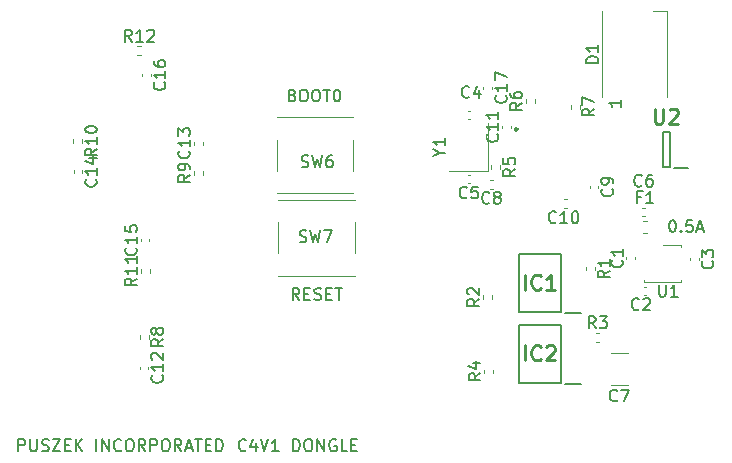
<source format=gto>
%TF.GenerationSoftware,KiCad,Pcbnew,(5.1.12)-1*%
%TF.CreationDate,2023-03-06T18:53:53+01:00*%
%TF.ProjectId,C4V1,43345631-2e6b-4696-9361-645f70636258,rev?*%
%TF.SameCoordinates,Original*%
%TF.FileFunction,Legend,Top*%
%TF.FilePolarity,Positive*%
%FSLAX46Y46*%
G04 Gerber Fmt 4.6, Leading zero omitted, Abs format (unit mm)*
G04 Created by KiCad (PCBNEW (5.1.12)-1) date 2023-03-06 18:53:53*
%MOMM*%
%LPD*%
G01*
G04 APERTURE LIST*
%ADD10C,0.150000*%
%ADD11C,0.120000*%
%ADD12C,0.200000*%
%ADD13C,0.250000*%
%ADD14C,0.254000*%
%ADD15R,1.000000X1.500000*%
%ADD16R,1.550000X1.300000*%
%ADD17C,1.100000*%
%ADD18C,3.900000*%
%ADD19R,1.200000X1.400000*%
%ADD20R,1.550000X2.400000*%
%ADD21R,0.650000X0.350000*%
%ADD22R,1.350000X0.650000*%
%ADD23R,3.600000X3.600000*%
%ADD24R,0.250000X0.850000*%
%ADD25R,0.850000X0.250000*%
%ADD26R,1.200000X0.600000*%
%ADD27O,1.700000X1.700000*%
%ADD28R,1.700000X1.700000*%
G04 APERTURE END LIST*
D10*
X78233333Y-135052380D02*
X78233333Y-134052380D01*
X78471428Y-134052380D01*
X78614285Y-134100000D01*
X78709523Y-134195238D01*
X78757142Y-134290476D01*
X78804761Y-134480952D01*
X78804761Y-134623809D01*
X78757142Y-134814285D01*
X78709523Y-134909523D01*
X78614285Y-135004761D01*
X78471428Y-135052380D01*
X78233333Y-135052380D01*
X79423809Y-134052380D02*
X79614285Y-134052380D01*
X79709523Y-134100000D01*
X79804761Y-134195238D01*
X79852380Y-134385714D01*
X79852380Y-134719047D01*
X79804761Y-134909523D01*
X79709523Y-135004761D01*
X79614285Y-135052380D01*
X79423809Y-135052380D01*
X79328571Y-135004761D01*
X79233333Y-134909523D01*
X79185714Y-134719047D01*
X79185714Y-134385714D01*
X79233333Y-134195238D01*
X79328571Y-134100000D01*
X79423809Y-134052380D01*
X80280952Y-135052380D02*
X80280952Y-134052380D01*
X80852380Y-135052380D01*
X80852380Y-134052380D01*
X81852380Y-134100000D02*
X81757142Y-134052380D01*
X81614285Y-134052380D01*
X81471428Y-134100000D01*
X81376190Y-134195238D01*
X81328571Y-134290476D01*
X81280952Y-134480952D01*
X81280952Y-134623809D01*
X81328571Y-134814285D01*
X81376190Y-134909523D01*
X81471428Y-135004761D01*
X81614285Y-135052380D01*
X81709523Y-135052380D01*
X81852380Y-135004761D01*
X81900000Y-134957142D01*
X81900000Y-134623809D01*
X81709523Y-134623809D01*
X82804761Y-135052380D02*
X82328571Y-135052380D01*
X82328571Y-134052380D01*
X83138095Y-134528571D02*
X83471428Y-134528571D01*
X83614285Y-135052380D02*
X83138095Y-135052380D01*
X83138095Y-134052380D01*
X83614285Y-134052380D01*
X74228571Y-134957142D02*
X74180952Y-135004761D01*
X74038095Y-135052380D01*
X73942857Y-135052380D01*
X73800000Y-135004761D01*
X73704761Y-134909523D01*
X73657142Y-134814285D01*
X73609523Y-134623809D01*
X73609523Y-134480952D01*
X73657142Y-134290476D01*
X73704761Y-134195238D01*
X73800000Y-134100000D01*
X73942857Y-134052380D01*
X74038095Y-134052380D01*
X74180952Y-134100000D01*
X74228571Y-134147619D01*
X75085714Y-134385714D02*
X75085714Y-135052380D01*
X74847619Y-134004761D02*
X74609523Y-134719047D01*
X75228571Y-134719047D01*
X75466666Y-134052380D02*
X75800000Y-135052380D01*
X76133333Y-134052380D01*
X76990476Y-135052380D02*
X76419047Y-135052380D01*
X76704761Y-135052380D02*
X76704761Y-134052380D01*
X76609523Y-134195238D01*
X76514285Y-134290476D01*
X76419047Y-134338095D01*
X54957142Y-135052380D02*
X54957142Y-134052380D01*
X55338095Y-134052380D01*
X55433333Y-134100000D01*
X55480952Y-134147619D01*
X55528571Y-134242857D01*
X55528571Y-134385714D01*
X55480952Y-134480952D01*
X55433333Y-134528571D01*
X55338095Y-134576190D01*
X54957142Y-134576190D01*
X55957142Y-134052380D02*
X55957142Y-134861904D01*
X56004761Y-134957142D01*
X56052380Y-135004761D01*
X56147619Y-135052380D01*
X56338095Y-135052380D01*
X56433333Y-135004761D01*
X56480952Y-134957142D01*
X56528571Y-134861904D01*
X56528571Y-134052380D01*
X56957142Y-135004761D02*
X57100000Y-135052380D01*
X57338095Y-135052380D01*
X57433333Y-135004761D01*
X57480952Y-134957142D01*
X57528571Y-134861904D01*
X57528571Y-134766666D01*
X57480952Y-134671428D01*
X57433333Y-134623809D01*
X57338095Y-134576190D01*
X57147619Y-134528571D01*
X57052380Y-134480952D01*
X57004761Y-134433333D01*
X56957142Y-134338095D01*
X56957142Y-134242857D01*
X57004761Y-134147619D01*
X57052380Y-134100000D01*
X57147619Y-134052380D01*
X57385714Y-134052380D01*
X57528571Y-134100000D01*
X57861904Y-134052380D02*
X58528571Y-134052380D01*
X57861904Y-135052380D01*
X58528571Y-135052380D01*
X58909523Y-134528571D02*
X59242857Y-134528571D01*
X59385714Y-135052380D02*
X58909523Y-135052380D01*
X58909523Y-134052380D01*
X59385714Y-134052380D01*
X59814285Y-135052380D02*
X59814285Y-134052380D01*
X60385714Y-135052380D02*
X59957142Y-134480952D01*
X60385714Y-134052380D02*
X59814285Y-134623809D01*
X61576190Y-135052380D02*
X61576190Y-134052380D01*
X62052380Y-135052380D02*
X62052380Y-134052380D01*
X62623809Y-135052380D01*
X62623809Y-134052380D01*
X63671428Y-134957142D02*
X63623809Y-135004761D01*
X63480952Y-135052380D01*
X63385714Y-135052380D01*
X63242857Y-135004761D01*
X63147619Y-134909523D01*
X63100000Y-134814285D01*
X63052380Y-134623809D01*
X63052380Y-134480952D01*
X63100000Y-134290476D01*
X63147619Y-134195238D01*
X63242857Y-134100000D01*
X63385714Y-134052380D01*
X63480952Y-134052380D01*
X63623809Y-134100000D01*
X63671428Y-134147619D01*
X64290476Y-134052380D02*
X64480952Y-134052380D01*
X64576190Y-134100000D01*
X64671428Y-134195238D01*
X64719047Y-134385714D01*
X64719047Y-134719047D01*
X64671428Y-134909523D01*
X64576190Y-135004761D01*
X64480952Y-135052380D01*
X64290476Y-135052380D01*
X64195238Y-135004761D01*
X64100000Y-134909523D01*
X64052380Y-134719047D01*
X64052380Y-134385714D01*
X64100000Y-134195238D01*
X64195238Y-134100000D01*
X64290476Y-134052380D01*
X65719047Y-135052380D02*
X65385714Y-134576190D01*
X65147619Y-135052380D02*
X65147619Y-134052380D01*
X65528571Y-134052380D01*
X65623809Y-134100000D01*
X65671428Y-134147619D01*
X65719047Y-134242857D01*
X65719047Y-134385714D01*
X65671428Y-134480952D01*
X65623809Y-134528571D01*
X65528571Y-134576190D01*
X65147619Y-134576190D01*
X66147619Y-135052380D02*
X66147619Y-134052380D01*
X66528571Y-134052380D01*
X66623809Y-134100000D01*
X66671428Y-134147619D01*
X66719047Y-134242857D01*
X66719047Y-134385714D01*
X66671428Y-134480952D01*
X66623809Y-134528571D01*
X66528571Y-134576190D01*
X66147619Y-134576190D01*
X67338095Y-134052380D02*
X67528571Y-134052380D01*
X67623809Y-134100000D01*
X67719047Y-134195238D01*
X67766666Y-134385714D01*
X67766666Y-134719047D01*
X67719047Y-134909523D01*
X67623809Y-135004761D01*
X67528571Y-135052380D01*
X67338095Y-135052380D01*
X67242857Y-135004761D01*
X67147619Y-134909523D01*
X67100000Y-134719047D01*
X67100000Y-134385714D01*
X67147619Y-134195238D01*
X67242857Y-134100000D01*
X67338095Y-134052380D01*
X68766666Y-135052380D02*
X68433333Y-134576190D01*
X68195238Y-135052380D02*
X68195238Y-134052380D01*
X68576190Y-134052380D01*
X68671428Y-134100000D01*
X68719047Y-134147619D01*
X68766666Y-134242857D01*
X68766666Y-134385714D01*
X68719047Y-134480952D01*
X68671428Y-134528571D01*
X68576190Y-134576190D01*
X68195238Y-134576190D01*
X69147619Y-134766666D02*
X69623809Y-134766666D01*
X69052380Y-135052380D02*
X69385714Y-134052380D01*
X69719047Y-135052380D01*
X69909523Y-134052380D02*
X70480952Y-134052380D01*
X70195238Y-135052380D02*
X70195238Y-134052380D01*
X70814285Y-134528571D02*
X71147619Y-134528571D01*
X71290476Y-135052380D02*
X70814285Y-135052380D01*
X70814285Y-134052380D01*
X71290476Y-134052380D01*
X71719047Y-135052380D02*
X71719047Y-134052380D01*
X71957142Y-134052380D01*
X72100000Y-134100000D01*
X72195238Y-134195238D01*
X72242857Y-134290476D01*
X72290476Y-134480952D01*
X72290476Y-134623809D01*
X72242857Y-134814285D01*
X72195238Y-134909523D01*
X72100000Y-135004761D01*
X71957142Y-135052380D01*
X71719047Y-135052380D01*
X78747619Y-122252380D02*
X78414285Y-121776190D01*
X78176190Y-122252380D02*
X78176190Y-121252380D01*
X78557142Y-121252380D01*
X78652380Y-121300000D01*
X78700000Y-121347619D01*
X78747619Y-121442857D01*
X78747619Y-121585714D01*
X78700000Y-121680952D01*
X78652380Y-121728571D01*
X78557142Y-121776190D01*
X78176190Y-121776190D01*
X79176190Y-121728571D02*
X79509523Y-121728571D01*
X79652380Y-122252380D02*
X79176190Y-122252380D01*
X79176190Y-121252380D01*
X79652380Y-121252380D01*
X80033333Y-122204761D02*
X80176190Y-122252380D01*
X80414285Y-122252380D01*
X80509523Y-122204761D01*
X80557142Y-122157142D01*
X80604761Y-122061904D01*
X80604761Y-121966666D01*
X80557142Y-121871428D01*
X80509523Y-121823809D01*
X80414285Y-121776190D01*
X80223809Y-121728571D01*
X80128571Y-121680952D01*
X80080952Y-121633333D01*
X80033333Y-121538095D01*
X80033333Y-121442857D01*
X80080952Y-121347619D01*
X80128571Y-121300000D01*
X80223809Y-121252380D01*
X80461904Y-121252380D01*
X80604761Y-121300000D01*
X81033333Y-121728571D02*
X81366666Y-121728571D01*
X81509523Y-122252380D02*
X81033333Y-122252380D01*
X81033333Y-121252380D01*
X81509523Y-121252380D01*
X81795238Y-121252380D02*
X82366666Y-121252380D01*
X82080952Y-122252380D02*
X82080952Y-121252380D01*
X78166666Y-104928571D02*
X78309523Y-104976190D01*
X78357142Y-105023809D01*
X78404761Y-105119047D01*
X78404761Y-105261904D01*
X78357142Y-105357142D01*
X78309523Y-105404761D01*
X78214285Y-105452380D01*
X77833333Y-105452380D01*
X77833333Y-104452380D01*
X78166666Y-104452380D01*
X78261904Y-104500000D01*
X78309523Y-104547619D01*
X78357142Y-104642857D01*
X78357142Y-104738095D01*
X78309523Y-104833333D01*
X78261904Y-104880952D01*
X78166666Y-104928571D01*
X77833333Y-104928571D01*
X79023809Y-104452380D02*
X79214285Y-104452380D01*
X79309523Y-104500000D01*
X79404761Y-104595238D01*
X79452380Y-104785714D01*
X79452380Y-105119047D01*
X79404761Y-105309523D01*
X79309523Y-105404761D01*
X79214285Y-105452380D01*
X79023809Y-105452380D01*
X78928571Y-105404761D01*
X78833333Y-105309523D01*
X78785714Y-105119047D01*
X78785714Y-104785714D01*
X78833333Y-104595238D01*
X78928571Y-104500000D01*
X79023809Y-104452380D01*
X80071428Y-104452380D02*
X80261904Y-104452380D01*
X80357142Y-104500000D01*
X80452380Y-104595238D01*
X80500000Y-104785714D01*
X80500000Y-105119047D01*
X80452380Y-105309523D01*
X80357142Y-105404761D01*
X80261904Y-105452380D01*
X80071428Y-105452380D01*
X79976190Y-105404761D01*
X79880952Y-105309523D01*
X79833333Y-105119047D01*
X79833333Y-104785714D01*
X79880952Y-104595238D01*
X79976190Y-104500000D01*
X80071428Y-104452380D01*
X80785714Y-104452380D02*
X81357142Y-104452380D01*
X81071428Y-105452380D02*
X81071428Y-104452380D01*
X81880952Y-104452380D02*
X81976190Y-104452380D01*
X82071428Y-104500000D01*
X82119047Y-104547619D01*
X82166666Y-104642857D01*
X82214285Y-104833333D01*
X82214285Y-105071428D01*
X82166666Y-105261904D01*
X82119047Y-105357142D01*
X82071428Y-105404761D01*
X81976190Y-105452380D01*
X81880952Y-105452380D01*
X81785714Y-105404761D01*
X81738095Y-105357142D01*
X81690476Y-105261904D01*
X81642857Y-105071428D01*
X81642857Y-104833333D01*
X81690476Y-104642857D01*
X81738095Y-104547619D01*
X81785714Y-104500000D01*
X81880952Y-104452380D01*
X110299523Y-115502380D02*
X110394761Y-115502380D01*
X110490000Y-115550000D01*
X110537619Y-115597619D01*
X110585238Y-115692857D01*
X110632857Y-115883333D01*
X110632857Y-116121428D01*
X110585238Y-116311904D01*
X110537619Y-116407142D01*
X110490000Y-116454761D01*
X110394761Y-116502380D01*
X110299523Y-116502380D01*
X110204285Y-116454761D01*
X110156666Y-116407142D01*
X110109047Y-116311904D01*
X110061428Y-116121428D01*
X110061428Y-115883333D01*
X110109047Y-115692857D01*
X110156666Y-115597619D01*
X110204285Y-115550000D01*
X110299523Y-115502380D01*
X111061428Y-116407142D02*
X111109047Y-116454761D01*
X111061428Y-116502380D01*
X111013809Y-116454761D01*
X111061428Y-116407142D01*
X111061428Y-116502380D01*
X112013809Y-115502380D02*
X111537619Y-115502380D01*
X111490000Y-115978571D01*
X111537619Y-115930952D01*
X111632857Y-115883333D01*
X111870952Y-115883333D01*
X111966190Y-115930952D01*
X112013809Y-115978571D01*
X112061428Y-116073809D01*
X112061428Y-116311904D01*
X112013809Y-116407142D01*
X111966190Y-116454761D01*
X111870952Y-116502380D01*
X111632857Y-116502380D01*
X111537619Y-116454761D01*
X111490000Y-116407142D01*
X112442380Y-116216666D02*
X112918571Y-116216666D01*
X112347142Y-116502380D02*
X112680476Y-115502380D01*
X113013809Y-116502380D01*
D11*
X104360000Y-105110000D02*
X104360000Y-97810000D01*
X109860000Y-105110000D02*
X109860000Y-97810000D01*
X109860000Y-97810000D02*
X108710000Y-97810000D01*
X83430000Y-113770000D02*
X83430000Y-113800000D01*
X83430000Y-120230000D02*
X83430000Y-120200000D01*
X76970000Y-120230000D02*
X76970000Y-120200000D01*
X76970000Y-113800000D02*
X76970000Y-113770000D01*
X83430000Y-115700000D02*
X83430000Y-118300000D01*
X76970000Y-113770000D02*
X83430000Y-113770000D01*
X76970000Y-115700000D02*
X76970000Y-118300000D01*
X76970000Y-120230000D02*
X83430000Y-120230000D01*
X76870000Y-113230000D02*
X76870000Y-113200000D01*
X76870000Y-106770000D02*
X76870000Y-106800000D01*
X83330000Y-106770000D02*
X83330000Y-106800000D01*
X83330000Y-113200000D02*
X83330000Y-113230000D01*
X76870000Y-111300000D02*
X76870000Y-108700000D01*
X83330000Y-113230000D02*
X76870000Y-113230000D01*
X83330000Y-111300000D02*
X83330000Y-108700000D01*
X83330000Y-106770000D02*
X76870000Y-106770000D01*
X95060000Y-104192164D02*
X95060000Y-104407836D01*
X94340000Y-104192164D02*
X94340000Y-104407836D01*
X65046359Y-100720000D02*
X65353641Y-100720000D01*
X65046359Y-101480000D02*
X65353641Y-101480000D01*
X65320000Y-119953641D02*
X65320000Y-119646359D01*
X66080000Y-119953641D02*
X66080000Y-119646359D01*
X60380000Y-108656359D02*
X60380000Y-108963641D01*
X59620000Y-108656359D02*
X59620000Y-108963641D01*
X69820000Y-111653641D02*
X69820000Y-111346359D01*
X70580000Y-111653641D02*
X70580000Y-111346359D01*
X65980000Y-125246359D02*
X65980000Y-125553641D01*
X65220000Y-125246359D02*
X65220000Y-125553641D01*
X102480000Y-105746359D02*
X102480000Y-106053641D01*
X101720000Y-105746359D02*
X101720000Y-106053641D01*
X66160000Y-103092164D02*
X66160000Y-103307836D01*
X65440000Y-103092164D02*
X65440000Y-103307836D01*
X65340000Y-117307836D02*
X65340000Y-117092164D01*
X66060000Y-117307836D02*
X66060000Y-117092164D01*
X60360000Y-111292164D02*
X60360000Y-111507836D01*
X59640000Y-111292164D02*
X59640000Y-111507836D01*
X69840000Y-109107836D02*
X69840000Y-108892164D01*
X70560000Y-109107836D02*
X70560000Y-108892164D01*
X65960000Y-127892164D02*
X65960000Y-128107836D01*
X65240000Y-127892164D02*
X65240000Y-128107836D01*
X106536252Y-129460000D02*
X105113748Y-129460000D01*
X106536252Y-126740000D02*
X105113748Y-126740000D01*
X91450000Y-111300000D02*
X94750000Y-111300000D01*
X94750000Y-111300000D02*
X94750000Y-107300000D01*
X111060000Y-120760000D02*
X111060000Y-120610000D01*
X107940000Y-120760000D02*
X111060000Y-120760000D01*
X109500000Y-117640000D02*
X111060000Y-117640000D01*
X107940000Y-120760000D02*
X107940000Y-120610000D01*
X111060000Y-117640000D02*
X111060000Y-117790000D01*
X97920000Y-105553641D02*
X97920000Y-105246359D01*
X98680000Y-105553641D02*
X98680000Y-105246359D01*
X95780000Y-110846359D02*
X95780000Y-111153641D01*
X95020000Y-110846359D02*
X95020000Y-111153641D01*
X94420000Y-128453641D02*
X94420000Y-128146359D01*
X95180000Y-128453641D02*
X95180000Y-128146359D01*
X104153641Y-125780000D02*
X103846359Y-125780000D01*
X104153641Y-125020000D02*
X103846359Y-125020000D01*
X94320000Y-122153641D02*
X94320000Y-121846359D01*
X95080000Y-122153641D02*
X95080000Y-121846359D01*
X103780000Y-119446359D02*
X103780000Y-119753641D01*
X103020000Y-119446359D02*
X103020000Y-119753641D01*
D12*
X100875000Y-129250000D02*
X97325000Y-129250000D01*
X97325000Y-129250000D02*
X97325000Y-124350000D01*
X97325000Y-124350000D02*
X100875000Y-124350000D01*
X100875000Y-124350000D02*
X100875000Y-129250000D01*
X102575000Y-129380000D02*
X101225000Y-129380000D01*
X100875000Y-123250000D02*
X97325000Y-123250000D01*
X97325000Y-123250000D02*
X97325000Y-118350000D01*
X97325000Y-118350000D02*
X100875000Y-118350000D01*
X100875000Y-118350000D02*
X100875000Y-123250000D01*
X102575000Y-123380000D02*
X101225000Y-123380000D01*
D11*
X95940000Y-107707836D02*
X95940000Y-107492164D01*
X96660000Y-107707836D02*
X96660000Y-107492164D01*
X101407836Y-114460000D02*
X101192164Y-114460000D01*
X101407836Y-113740000D02*
X101192164Y-113740000D01*
X104060000Y-112592164D02*
X104060000Y-112807836D01*
X103340000Y-112592164D02*
X103340000Y-112807836D01*
X95107836Y-112860000D02*
X94892164Y-112860000D01*
X95107836Y-112140000D02*
X94892164Y-112140000D01*
X107792164Y-114440000D02*
X108007836Y-114440000D01*
X107792164Y-115160000D02*
X108007836Y-115160000D01*
X92992164Y-111640000D02*
X93207836Y-111640000D01*
X92992164Y-112360000D02*
X93207836Y-112360000D01*
X93207836Y-106960000D02*
X92992164Y-106960000D01*
X93207836Y-106240000D02*
X92992164Y-106240000D01*
X112560000Y-118692164D02*
X112560000Y-118907836D01*
X111840000Y-118692164D02*
X111840000Y-118907836D01*
X107892164Y-121140000D02*
X108107836Y-121140000D01*
X107892164Y-121860000D02*
X108107836Y-121860000D01*
X107160000Y-118592164D02*
X107160000Y-118807836D01*
X106440000Y-118592164D02*
X106440000Y-118807836D01*
D13*
X97250000Y-107800000D02*
G75*
G03*
X97250000Y-107800000I-125000J0D01*
G01*
D12*
X110100000Y-110962000D02*
X109500000Y-110962000D01*
X109500000Y-110962000D02*
X109500000Y-108038000D01*
X109500000Y-108038000D02*
X110100000Y-108038000D01*
X110100000Y-108038000D02*
X110100000Y-110962000D01*
X111650000Y-111100000D02*
X110450000Y-111100000D01*
D11*
X107837221Y-115590000D02*
X108162779Y-115590000D01*
X107837221Y-116610000D02*
X108162779Y-116610000D01*
D10*
X104062380Y-102198095D02*
X103062380Y-102198095D01*
X103062380Y-101960000D01*
X103110000Y-101817142D01*
X103205238Y-101721904D01*
X103300476Y-101674285D01*
X103490952Y-101626666D01*
X103633809Y-101626666D01*
X103824285Y-101674285D01*
X103919523Y-101721904D01*
X104014761Y-101817142D01*
X104062380Y-101960000D01*
X104062380Y-102198095D01*
X104062380Y-100674285D02*
X104062380Y-101245714D01*
X104062380Y-100960000D02*
X103062380Y-100960000D01*
X103205238Y-101055238D01*
X103300476Y-101150476D01*
X103348095Y-101245714D01*
X105962380Y-105324285D02*
X105962380Y-105895714D01*
X105962380Y-105610000D02*
X104962380Y-105610000D01*
X105105238Y-105705238D01*
X105200476Y-105800476D01*
X105248095Y-105895714D01*
X78936666Y-110974761D02*
X79079523Y-111022380D01*
X79317619Y-111022380D01*
X79412857Y-110974761D01*
X79460476Y-110927142D01*
X79508095Y-110831904D01*
X79508095Y-110736666D01*
X79460476Y-110641428D01*
X79412857Y-110593809D01*
X79317619Y-110546190D01*
X79127142Y-110498571D01*
X79031904Y-110450952D01*
X78984285Y-110403333D01*
X78936666Y-110308095D01*
X78936666Y-110212857D01*
X78984285Y-110117619D01*
X79031904Y-110070000D01*
X79127142Y-110022380D01*
X79365238Y-110022380D01*
X79508095Y-110070000D01*
X79841428Y-110022380D02*
X80079523Y-111022380D01*
X80270000Y-110308095D01*
X80460476Y-111022380D01*
X80698571Y-110022380D01*
X81508095Y-110022380D02*
X81317619Y-110022380D01*
X81222380Y-110070000D01*
X81174761Y-110117619D01*
X81079523Y-110260476D01*
X81031904Y-110450952D01*
X81031904Y-110831904D01*
X81079523Y-110927142D01*
X81127142Y-110974761D01*
X81222380Y-111022380D01*
X81412857Y-111022380D01*
X81508095Y-110974761D01*
X81555714Y-110927142D01*
X81603333Y-110831904D01*
X81603333Y-110593809D01*
X81555714Y-110498571D01*
X81508095Y-110450952D01*
X81412857Y-110403333D01*
X81222380Y-110403333D01*
X81127142Y-110450952D01*
X81079523Y-110498571D01*
X81031904Y-110593809D01*
X78776666Y-117314761D02*
X78919523Y-117362380D01*
X79157619Y-117362380D01*
X79252857Y-117314761D01*
X79300476Y-117267142D01*
X79348095Y-117171904D01*
X79348095Y-117076666D01*
X79300476Y-116981428D01*
X79252857Y-116933809D01*
X79157619Y-116886190D01*
X78967142Y-116838571D01*
X78871904Y-116790952D01*
X78824285Y-116743333D01*
X78776666Y-116648095D01*
X78776666Y-116552857D01*
X78824285Y-116457619D01*
X78871904Y-116410000D01*
X78967142Y-116362380D01*
X79205238Y-116362380D01*
X79348095Y-116410000D01*
X79681428Y-116362380D02*
X79919523Y-117362380D01*
X80110000Y-116648095D01*
X80300476Y-117362380D01*
X80538571Y-116362380D01*
X80824285Y-116362380D02*
X81490952Y-116362380D01*
X81062380Y-117362380D01*
X96217142Y-104942857D02*
X96264761Y-104990476D01*
X96312380Y-105133333D01*
X96312380Y-105228571D01*
X96264761Y-105371428D01*
X96169523Y-105466666D01*
X96074285Y-105514285D01*
X95883809Y-105561904D01*
X95740952Y-105561904D01*
X95550476Y-105514285D01*
X95455238Y-105466666D01*
X95360000Y-105371428D01*
X95312380Y-105228571D01*
X95312380Y-105133333D01*
X95360000Y-104990476D01*
X95407619Y-104942857D01*
X96312380Y-103990476D02*
X96312380Y-104561904D01*
X96312380Y-104276190D02*
X95312380Y-104276190D01*
X95455238Y-104371428D01*
X95550476Y-104466666D01*
X95598095Y-104561904D01*
X95312380Y-103657142D02*
X95312380Y-102990476D01*
X96312380Y-103419047D01*
X64557142Y-100382380D02*
X64223809Y-99906190D01*
X63985714Y-100382380D02*
X63985714Y-99382380D01*
X64366666Y-99382380D01*
X64461904Y-99430000D01*
X64509523Y-99477619D01*
X64557142Y-99572857D01*
X64557142Y-99715714D01*
X64509523Y-99810952D01*
X64461904Y-99858571D01*
X64366666Y-99906190D01*
X63985714Y-99906190D01*
X65509523Y-100382380D02*
X64938095Y-100382380D01*
X65223809Y-100382380D02*
X65223809Y-99382380D01*
X65128571Y-99525238D01*
X65033333Y-99620476D01*
X64938095Y-99668095D01*
X65890476Y-99477619D02*
X65938095Y-99430000D01*
X66033333Y-99382380D01*
X66271428Y-99382380D01*
X66366666Y-99430000D01*
X66414285Y-99477619D01*
X66461904Y-99572857D01*
X66461904Y-99668095D01*
X66414285Y-99810952D01*
X65842857Y-100382380D01*
X66461904Y-100382380D01*
X64982380Y-120442857D02*
X64506190Y-120776190D01*
X64982380Y-121014285D02*
X63982380Y-121014285D01*
X63982380Y-120633333D01*
X64030000Y-120538095D01*
X64077619Y-120490476D01*
X64172857Y-120442857D01*
X64315714Y-120442857D01*
X64410952Y-120490476D01*
X64458571Y-120538095D01*
X64506190Y-120633333D01*
X64506190Y-121014285D01*
X64982380Y-119490476D02*
X64982380Y-120061904D01*
X64982380Y-119776190D02*
X63982380Y-119776190D01*
X64125238Y-119871428D01*
X64220476Y-119966666D01*
X64268095Y-120061904D01*
X64982380Y-118538095D02*
X64982380Y-119109523D01*
X64982380Y-118823809D02*
X63982380Y-118823809D01*
X64125238Y-118919047D01*
X64220476Y-119014285D01*
X64268095Y-119109523D01*
X61622380Y-109452857D02*
X61146190Y-109786190D01*
X61622380Y-110024285D02*
X60622380Y-110024285D01*
X60622380Y-109643333D01*
X60670000Y-109548095D01*
X60717619Y-109500476D01*
X60812857Y-109452857D01*
X60955714Y-109452857D01*
X61050952Y-109500476D01*
X61098571Y-109548095D01*
X61146190Y-109643333D01*
X61146190Y-110024285D01*
X61622380Y-108500476D02*
X61622380Y-109071904D01*
X61622380Y-108786190D02*
X60622380Y-108786190D01*
X60765238Y-108881428D01*
X60860476Y-108976666D01*
X60908095Y-109071904D01*
X60622380Y-107881428D02*
X60622380Y-107786190D01*
X60670000Y-107690952D01*
X60717619Y-107643333D01*
X60812857Y-107595714D01*
X61003333Y-107548095D01*
X61241428Y-107548095D01*
X61431904Y-107595714D01*
X61527142Y-107643333D01*
X61574761Y-107690952D01*
X61622380Y-107786190D01*
X61622380Y-107881428D01*
X61574761Y-107976666D01*
X61527142Y-108024285D01*
X61431904Y-108071904D01*
X61241428Y-108119523D01*
X61003333Y-108119523D01*
X60812857Y-108071904D01*
X60717619Y-108024285D01*
X60670000Y-107976666D01*
X60622380Y-107881428D01*
X69482380Y-111666666D02*
X69006190Y-112000000D01*
X69482380Y-112238095D02*
X68482380Y-112238095D01*
X68482380Y-111857142D01*
X68530000Y-111761904D01*
X68577619Y-111714285D01*
X68672857Y-111666666D01*
X68815714Y-111666666D01*
X68910952Y-111714285D01*
X68958571Y-111761904D01*
X69006190Y-111857142D01*
X69006190Y-112238095D01*
X69482380Y-111190476D02*
X69482380Y-111000000D01*
X69434761Y-110904761D01*
X69387142Y-110857142D01*
X69244285Y-110761904D01*
X69053809Y-110714285D01*
X68672857Y-110714285D01*
X68577619Y-110761904D01*
X68530000Y-110809523D01*
X68482380Y-110904761D01*
X68482380Y-111095238D01*
X68530000Y-111190476D01*
X68577619Y-111238095D01*
X68672857Y-111285714D01*
X68910952Y-111285714D01*
X69006190Y-111238095D01*
X69053809Y-111190476D01*
X69101428Y-111095238D01*
X69101428Y-110904761D01*
X69053809Y-110809523D01*
X69006190Y-110761904D01*
X68910952Y-110714285D01*
X67222380Y-125566666D02*
X66746190Y-125900000D01*
X67222380Y-126138095D02*
X66222380Y-126138095D01*
X66222380Y-125757142D01*
X66270000Y-125661904D01*
X66317619Y-125614285D01*
X66412857Y-125566666D01*
X66555714Y-125566666D01*
X66650952Y-125614285D01*
X66698571Y-125661904D01*
X66746190Y-125757142D01*
X66746190Y-126138095D01*
X66650952Y-124995238D02*
X66603333Y-125090476D01*
X66555714Y-125138095D01*
X66460476Y-125185714D01*
X66412857Y-125185714D01*
X66317619Y-125138095D01*
X66270000Y-125090476D01*
X66222380Y-124995238D01*
X66222380Y-124804761D01*
X66270000Y-124709523D01*
X66317619Y-124661904D01*
X66412857Y-124614285D01*
X66460476Y-124614285D01*
X66555714Y-124661904D01*
X66603333Y-124709523D01*
X66650952Y-124804761D01*
X66650952Y-124995238D01*
X66698571Y-125090476D01*
X66746190Y-125138095D01*
X66841428Y-125185714D01*
X67031904Y-125185714D01*
X67127142Y-125138095D01*
X67174761Y-125090476D01*
X67222380Y-124995238D01*
X67222380Y-124804761D01*
X67174761Y-124709523D01*
X67127142Y-124661904D01*
X67031904Y-124614285D01*
X66841428Y-124614285D01*
X66746190Y-124661904D01*
X66698571Y-124709523D01*
X66650952Y-124804761D01*
X103722380Y-106066666D02*
X103246190Y-106400000D01*
X103722380Y-106638095D02*
X102722380Y-106638095D01*
X102722380Y-106257142D01*
X102770000Y-106161904D01*
X102817619Y-106114285D01*
X102912857Y-106066666D01*
X103055714Y-106066666D01*
X103150952Y-106114285D01*
X103198571Y-106161904D01*
X103246190Y-106257142D01*
X103246190Y-106638095D01*
X102722380Y-105733333D02*
X102722380Y-105066666D01*
X103722380Y-105495238D01*
X67317142Y-103842857D02*
X67364761Y-103890476D01*
X67412380Y-104033333D01*
X67412380Y-104128571D01*
X67364761Y-104271428D01*
X67269523Y-104366666D01*
X67174285Y-104414285D01*
X66983809Y-104461904D01*
X66840952Y-104461904D01*
X66650476Y-104414285D01*
X66555238Y-104366666D01*
X66460000Y-104271428D01*
X66412380Y-104128571D01*
X66412380Y-104033333D01*
X66460000Y-103890476D01*
X66507619Y-103842857D01*
X67412380Y-102890476D02*
X67412380Y-103461904D01*
X67412380Y-103176190D02*
X66412380Y-103176190D01*
X66555238Y-103271428D01*
X66650476Y-103366666D01*
X66698095Y-103461904D01*
X66412380Y-102033333D02*
X66412380Y-102223809D01*
X66460000Y-102319047D01*
X66507619Y-102366666D01*
X66650476Y-102461904D01*
X66840952Y-102509523D01*
X67221904Y-102509523D01*
X67317142Y-102461904D01*
X67364761Y-102414285D01*
X67412380Y-102319047D01*
X67412380Y-102128571D01*
X67364761Y-102033333D01*
X67317142Y-101985714D01*
X67221904Y-101938095D01*
X66983809Y-101938095D01*
X66888571Y-101985714D01*
X66840952Y-102033333D01*
X66793333Y-102128571D01*
X66793333Y-102319047D01*
X66840952Y-102414285D01*
X66888571Y-102461904D01*
X66983809Y-102509523D01*
X64897142Y-117842857D02*
X64944761Y-117890476D01*
X64992380Y-118033333D01*
X64992380Y-118128571D01*
X64944761Y-118271428D01*
X64849523Y-118366666D01*
X64754285Y-118414285D01*
X64563809Y-118461904D01*
X64420952Y-118461904D01*
X64230476Y-118414285D01*
X64135238Y-118366666D01*
X64040000Y-118271428D01*
X63992380Y-118128571D01*
X63992380Y-118033333D01*
X64040000Y-117890476D01*
X64087619Y-117842857D01*
X64992380Y-116890476D02*
X64992380Y-117461904D01*
X64992380Y-117176190D02*
X63992380Y-117176190D01*
X64135238Y-117271428D01*
X64230476Y-117366666D01*
X64278095Y-117461904D01*
X63992380Y-115985714D02*
X63992380Y-116461904D01*
X64468571Y-116509523D01*
X64420952Y-116461904D01*
X64373333Y-116366666D01*
X64373333Y-116128571D01*
X64420952Y-116033333D01*
X64468571Y-115985714D01*
X64563809Y-115938095D01*
X64801904Y-115938095D01*
X64897142Y-115985714D01*
X64944761Y-116033333D01*
X64992380Y-116128571D01*
X64992380Y-116366666D01*
X64944761Y-116461904D01*
X64897142Y-116509523D01*
X61517142Y-112042857D02*
X61564761Y-112090476D01*
X61612380Y-112233333D01*
X61612380Y-112328571D01*
X61564761Y-112471428D01*
X61469523Y-112566666D01*
X61374285Y-112614285D01*
X61183809Y-112661904D01*
X61040952Y-112661904D01*
X60850476Y-112614285D01*
X60755238Y-112566666D01*
X60660000Y-112471428D01*
X60612380Y-112328571D01*
X60612380Y-112233333D01*
X60660000Y-112090476D01*
X60707619Y-112042857D01*
X61612380Y-111090476D02*
X61612380Y-111661904D01*
X61612380Y-111376190D02*
X60612380Y-111376190D01*
X60755238Y-111471428D01*
X60850476Y-111566666D01*
X60898095Y-111661904D01*
X60945714Y-110233333D02*
X61612380Y-110233333D01*
X60564761Y-110471428D02*
X61279047Y-110709523D01*
X61279047Y-110090476D01*
X69397142Y-109642857D02*
X69444761Y-109690476D01*
X69492380Y-109833333D01*
X69492380Y-109928571D01*
X69444761Y-110071428D01*
X69349523Y-110166666D01*
X69254285Y-110214285D01*
X69063809Y-110261904D01*
X68920952Y-110261904D01*
X68730476Y-110214285D01*
X68635238Y-110166666D01*
X68540000Y-110071428D01*
X68492380Y-109928571D01*
X68492380Y-109833333D01*
X68540000Y-109690476D01*
X68587619Y-109642857D01*
X69492380Y-108690476D02*
X69492380Y-109261904D01*
X69492380Y-108976190D02*
X68492380Y-108976190D01*
X68635238Y-109071428D01*
X68730476Y-109166666D01*
X68778095Y-109261904D01*
X68492380Y-108357142D02*
X68492380Y-107738095D01*
X68873333Y-108071428D01*
X68873333Y-107928571D01*
X68920952Y-107833333D01*
X68968571Y-107785714D01*
X69063809Y-107738095D01*
X69301904Y-107738095D01*
X69397142Y-107785714D01*
X69444761Y-107833333D01*
X69492380Y-107928571D01*
X69492380Y-108214285D01*
X69444761Y-108309523D01*
X69397142Y-108357142D01*
X67117142Y-128642857D02*
X67164761Y-128690476D01*
X67212380Y-128833333D01*
X67212380Y-128928571D01*
X67164761Y-129071428D01*
X67069523Y-129166666D01*
X66974285Y-129214285D01*
X66783809Y-129261904D01*
X66640952Y-129261904D01*
X66450476Y-129214285D01*
X66355238Y-129166666D01*
X66260000Y-129071428D01*
X66212380Y-128928571D01*
X66212380Y-128833333D01*
X66260000Y-128690476D01*
X66307619Y-128642857D01*
X67212380Y-127690476D02*
X67212380Y-128261904D01*
X67212380Y-127976190D02*
X66212380Y-127976190D01*
X66355238Y-128071428D01*
X66450476Y-128166666D01*
X66498095Y-128261904D01*
X66307619Y-127309523D02*
X66260000Y-127261904D01*
X66212380Y-127166666D01*
X66212380Y-126928571D01*
X66260000Y-126833333D01*
X66307619Y-126785714D01*
X66402857Y-126738095D01*
X66498095Y-126738095D01*
X66640952Y-126785714D01*
X67212380Y-127357142D01*
X67212380Y-126738095D01*
X105658333Y-130757142D02*
X105610714Y-130804761D01*
X105467857Y-130852380D01*
X105372619Y-130852380D01*
X105229761Y-130804761D01*
X105134523Y-130709523D01*
X105086904Y-130614285D01*
X105039285Y-130423809D01*
X105039285Y-130280952D01*
X105086904Y-130090476D01*
X105134523Y-129995238D01*
X105229761Y-129900000D01*
X105372619Y-129852380D01*
X105467857Y-129852380D01*
X105610714Y-129900000D01*
X105658333Y-129947619D01*
X105991666Y-129852380D02*
X106658333Y-129852380D01*
X106229761Y-130852380D01*
X90626190Y-109776190D02*
X91102380Y-109776190D01*
X90102380Y-110109523D02*
X90626190Y-109776190D01*
X90102380Y-109442857D01*
X91102380Y-108585714D02*
X91102380Y-109157142D01*
X91102380Y-108871428D02*
X90102380Y-108871428D01*
X90245238Y-108966666D01*
X90340476Y-109061904D01*
X90388095Y-109157142D01*
X109198095Y-120972380D02*
X109198095Y-121781904D01*
X109245714Y-121877142D01*
X109293333Y-121924761D01*
X109388571Y-121972380D01*
X109579047Y-121972380D01*
X109674285Y-121924761D01*
X109721904Y-121877142D01*
X109769523Y-121781904D01*
X109769523Y-120972380D01*
X110769523Y-121972380D02*
X110198095Y-121972380D01*
X110483809Y-121972380D02*
X110483809Y-120972380D01*
X110388571Y-121115238D01*
X110293333Y-121210476D01*
X110198095Y-121258095D01*
X97582380Y-105566666D02*
X97106190Y-105900000D01*
X97582380Y-106138095D02*
X96582380Y-106138095D01*
X96582380Y-105757142D01*
X96630000Y-105661904D01*
X96677619Y-105614285D01*
X96772857Y-105566666D01*
X96915714Y-105566666D01*
X97010952Y-105614285D01*
X97058571Y-105661904D01*
X97106190Y-105757142D01*
X97106190Y-106138095D01*
X96582380Y-104709523D02*
X96582380Y-104900000D01*
X96630000Y-104995238D01*
X96677619Y-105042857D01*
X96820476Y-105138095D01*
X97010952Y-105185714D01*
X97391904Y-105185714D01*
X97487142Y-105138095D01*
X97534761Y-105090476D01*
X97582380Y-104995238D01*
X97582380Y-104804761D01*
X97534761Y-104709523D01*
X97487142Y-104661904D01*
X97391904Y-104614285D01*
X97153809Y-104614285D01*
X97058571Y-104661904D01*
X97010952Y-104709523D01*
X96963333Y-104804761D01*
X96963333Y-104995238D01*
X97010952Y-105090476D01*
X97058571Y-105138095D01*
X97153809Y-105185714D01*
X97022380Y-111166666D02*
X96546190Y-111500000D01*
X97022380Y-111738095D02*
X96022380Y-111738095D01*
X96022380Y-111357142D01*
X96070000Y-111261904D01*
X96117619Y-111214285D01*
X96212857Y-111166666D01*
X96355714Y-111166666D01*
X96450952Y-111214285D01*
X96498571Y-111261904D01*
X96546190Y-111357142D01*
X96546190Y-111738095D01*
X96022380Y-110261904D02*
X96022380Y-110738095D01*
X96498571Y-110785714D01*
X96450952Y-110738095D01*
X96403333Y-110642857D01*
X96403333Y-110404761D01*
X96450952Y-110309523D01*
X96498571Y-110261904D01*
X96593809Y-110214285D01*
X96831904Y-110214285D01*
X96927142Y-110261904D01*
X96974761Y-110309523D01*
X97022380Y-110404761D01*
X97022380Y-110642857D01*
X96974761Y-110738095D01*
X96927142Y-110785714D01*
X94082380Y-128466666D02*
X93606190Y-128800000D01*
X94082380Y-129038095D02*
X93082380Y-129038095D01*
X93082380Y-128657142D01*
X93130000Y-128561904D01*
X93177619Y-128514285D01*
X93272857Y-128466666D01*
X93415714Y-128466666D01*
X93510952Y-128514285D01*
X93558571Y-128561904D01*
X93606190Y-128657142D01*
X93606190Y-129038095D01*
X93415714Y-127609523D02*
X94082380Y-127609523D01*
X93034761Y-127847619D02*
X93749047Y-128085714D01*
X93749047Y-127466666D01*
X103833333Y-124652380D02*
X103500000Y-124176190D01*
X103261904Y-124652380D02*
X103261904Y-123652380D01*
X103642857Y-123652380D01*
X103738095Y-123700000D01*
X103785714Y-123747619D01*
X103833333Y-123842857D01*
X103833333Y-123985714D01*
X103785714Y-124080952D01*
X103738095Y-124128571D01*
X103642857Y-124176190D01*
X103261904Y-124176190D01*
X104166666Y-123652380D02*
X104785714Y-123652380D01*
X104452380Y-124033333D01*
X104595238Y-124033333D01*
X104690476Y-124080952D01*
X104738095Y-124128571D01*
X104785714Y-124223809D01*
X104785714Y-124461904D01*
X104738095Y-124557142D01*
X104690476Y-124604761D01*
X104595238Y-124652380D01*
X104309523Y-124652380D01*
X104214285Y-124604761D01*
X104166666Y-124557142D01*
X93982380Y-122166666D02*
X93506190Y-122500000D01*
X93982380Y-122738095D02*
X92982380Y-122738095D01*
X92982380Y-122357142D01*
X93030000Y-122261904D01*
X93077619Y-122214285D01*
X93172857Y-122166666D01*
X93315714Y-122166666D01*
X93410952Y-122214285D01*
X93458571Y-122261904D01*
X93506190Y-122357142D01*
X93506190Y-122738095D01*
X93077619Y-121785714D02*
X93030000Y-121738095D01*
X92982380Y-121642857D01*
X92982380Y-121404761D01*
X93030000Y-121309523D01*
X93077619Y-121261904D01*
X93172857Y-121214285D01*
X93268095Y-121214285D01*
X93410952Y-121261904D01*
X93982380Y-121833333D01*
X93982380Y-121214285D01*
X105022380Y-119766666D02*
X104546190Y-120100000D01*
X105022380Y-120338095D02*
X104022380Y-120338095D01*
X104022380Y-119957142D01*
X104070000Y-119861904D01*
X104117619Y-119814285D01*
X104212857Y-119766666D01*
X104355714Y-119766666D01*
X104450952Y-119814285D01*
X104498571Y-119861904D01*
X104546190Y-119957142D01*
X104546190Y-120338095D01*
X105022380Y-118814285D02*
X105022380Y-119385714D01*
X105022380Y-119100000D02*
X104022380Y-119100000D01*
X104165238Y-119195238D01*
X104260476Y-119290476D01*
X104308095Y-119385714D01*
D14*
X97860238Y-127374523D02*
X97860238Y-126104523D01*
X99190714Y-127253571D02*
X99130238Y-127314047D01*
X98948809Y-127374523D01*
X98827857Y-127374523D01*
X98646428Y-127314047D01*
X98525476Y-127193095D01*
X98465000Y-127072142D01*
X98404523Y-126830238D01*
X98404523Y-126648809D01*
X98465000Y-126406904D01*
X98525476Y-126285952D01*
X98646428Y-126165000D01*
X98827857Y-126104523D01*
X98948809Y-126104523D01*
X99130238Y-126165000D01*
X99190714Y-126225476D01*
X99674523Y-126225476D02*
X99735000Y-126165000D01*
X99855952Y-126104523D01*
X100158333Y-126104523D01*
X100279285Y-126165000D01*
X100339761Y-126225476D01*
X100400238Y-126346428D01*
X100400238Y-126467380D01*
X100339761Y-126648809D01*
X99614047Y-127374523D01*
X100400238Y-127374523D01*
X97860238Y-121374523D02*
X97860238Y-120104523D01*
X99190714Y-121253571D02*
X99130238Y-121314047D01*
X98948809Y-121374523D01*
X98827857Y-121374523D01*
X98646428Y-121314047D01*
X98525476Y-121193095D01*
X98465000Y-121072142D01*
X98404523Y-120830238D01*
X98404523Y-120648809D01*
X98465000Y-120406904D01*
X98525476Y-120285952D01*
X98646428Y-120165000D01*
X98827857Y-120104523D01*
X98948809Y-120104523D01*
X99130238Y-120165000D01*
X99190714Y-120225476D01*
X100400238Y-121374523D02*
X99674523Y-121374523D01*
X100037380Y-121374523D02*
X100037380Y-120104523D01*
X99916428Y-120285952D01*
X99795476Y-120406904D01*
X99674523Y-120467380D01*
D10*
X95497142Y-108242857D02*
X95544761Y-108290476D01*
X95592380Y-108433333D01*
X95592380Y-108528571D01*
X95544761Y-108671428D01*
X95449523Y-108766666D01*
X95354285Y-108814285D01*
X95163809Y-108861904D01*
X95020952Y-108861904D01*
X94830476Y-108814285D01*
X94735238Y-108766666D01*
X94640000Y-108671428D01*
X94592380Y-108528571D01*
X94592380Y-108433333D01*
X94640000Y-108290476D01*
X94687619Y-108242857D01*
X95592380Y-107290476D02*
X95592380Y-107861904D01*
X95592380Y-107576190D02*
X94592380Y-107576190D01*
X94735238Y-107671428D01*
X94830476Y-107766666D01*
X94878095Y-107861904D01*
X95592380Y-106338095D02*
X95592380Y-106909523D01*
X95592380Y-106623809D02*
X94592380Y-106623809D01*
X94735238Y-106719047D01*
X94830476Y-106814285D01*
X94878095Y-106909523D01*
X100477142Y-115657142D02*
X100429523Y-115704761D01*
X100286666Y-115752380D01*
X100191428Y-115752380D01*
X100048571Y-115704761D01*
X99953333Y-115609523D01*
X99905714Y-115514285D01*
X99858095Y-115323809D01*
X99858095Y-115180952D01*
X99905714Y-114990476D01*
X99953333Y-114895238D01*
X100048571Y-114800000D01*
X100191428Y-114752380D01*
X100286666Y-114752380D01*
X100429523Y-114800000D01*
X100477142Y-114847619D01*
X101429523Y-115752380D02*
X100858095Y-115752380D01*
X101143809Y-115752380D02*
X101143809Y-114752380D01*
X101048571Y-114895238D01*
X100953333Y-114990476D01*
X100858095Y-115038095D01*
X102048571Y-114752380D02*
X102143809Y-114752380D01*
X102239047Y-114800000D01*
X102286666Y-114847619D01*
X102334285Y-114942857D01*
X102381904Y-115133333D01*
X102381904Y-115371428D01*
X102334285Y-115561904D01*
X102286666Y-115657142D01*
X102239047Y-115704761D01*
X102143809Y-115752380D01*
X102048571Y-115752380D01*
X101953333Y-115704761D01*
X101905714Y-115657142D01*
X101858095Y-115561904D01*
X101810476Y-115371428D01*
X101810476Y-115133333D01*
X101858095Y-114942857D01*
X101905714Y-114847619D01*
X101953333Y-114800000D01*
X102048571Y-114752380D01*
X105217142Y-112866666D02*
X105264761Y-112914285D01*
X105312380Y-113057142D01*
X105312380Y-113152380D01*
X105264761Y-113295238D01*
X105169523Y-113390476D01*
X105074285Y-113438095D01*
X104883809Y-113485714D01*
X104740952Y-113485714D01*
X104550476Y-113438095D01*
X104455238Y-113390476D01*
X104360000Y-113295238D01*
X104312380Y-113152380D01*
X104312380Y-113057142D01*
X104360000Y-112914285D01*
X104407619Y-112866666D01*
X105312380Y-112390476D02*
X105312380Y-112200000D01*
X105264761Y-112104761D01*
X105217142Y-112057142D01*
X105074285Y-111961904D01*
X104883809Y-111914285D01*
X104502857Y-111914285D01*
X104407619Y-111961904D01*
X104360000Y-112009523D01*
X104312380Y-112104761D01*
X104312380Y-112295238D01*
X104360000Y-112390476D01*
X104407619Y-112438095D01*
X104502857Y-112485714D01*
X104740952Y-112485714D01*
X104836190Y-112438095D01*
X104883809Y-112390476D01*
X104931428Y-112295238D01*
X104931428Y-112104761D01*
X104883809Y-112009523D01*
X104836190Y-111961904D01*
X104740952Y-111914285D01*
X94833333Y-114017142D02*
X94785714Y-114064761D01*
X94642857Y-114112380D01*
X94547619Y-114112380D01*
X94404761Y-114064761D01*
X94309523Y-113969523D01*
X94261904Y-113874285D01*
X94214285Y-113683809D01*
X94214285Y-113540952D01*
X94261904Y-113350476D01*
X94309523Y-113255238D01*
X94404761Y-113160000D01*
X94547619Y-113112380D01*
X94642857Y-113112380D01*
X94785714Y-113160000D01*
X94833333Y-113207619D01*
X95404761Y-113540952D02*
X95309523Y-113493333D01*
X95261904Y-113445714D01*
X95214285Y-113350476D01*
X95214285Y-113302857D01*
X95261904Y-113207619D01*
X95309523Y-113160000D01*
X95404761Y-113112380D01*
X95595238Y-113112380D01*
X95690476Y-113160000D01*
X95738095Y-113207619D01*
X95785714Y-113302857D01*
X95785714Y-113350476D01*
X95738095Y-113445714D01*
X95690476Y-113493333D01*
X95595238Y-113540952D01*
X95404761Y-113540952D01*
X95309523Y-113588571D01*
X95261904Y-113636190D01*
X95214285Y-113731428D01*
X95214285Y-113921904D01*
X95261904Y-114017142D01*
X95309523Y-114064761D01*
X95404761Y-114112380D01*
X95595238Y-114112380D01*
X95690476Y-114064761D01*
X95738095Y-114017142D01*
X95785714Y-113921904D01*
X95785714Y-113731428D01*
X95738095Y-113636190D01*
X95690476Y-113588571D01*
X95595238Y-113540952D01*
X107733333Y-112557142D02*
X107685714Y-112604761D01*
X107542857Y-112652380D01*
X107447619Y-112652380D01*
X107304761Y-112604761D01*
X107209523Y-112509523D01*
X107161904Y-112414285D01*
X107114285Y-112223809D01*
X107114285Y-112080952D01*
X107161904Y-111890476D01*
X107209523Y-111795238D01*
X107304761Y-111700000D01*
X107447619Y-111652380D01*
X107542857Y-111652380D01*
X107685714Y-111700000D01*
X107733333Y-111747619D01*
X108590476Y-111652380D02*
X108400000Y-111652380D01*
X108304761Y-111700000D01*
X108257142Y-111747619D01*
X108161904Y-111890476D01*
X108114285Y-112080952D01*
X108114285Y-112461904D01*
X108161904Y-112557142D01*
X108209523Y-112604761D01*
X108304761Y-112652380D01*
X108495238Y-112652380D01*
X108590476Y-112604761D01*
X108638095Y-112557142D01*
X108685714Y-112461904D01*
X108685714Y-112223809D01*
X108638095Y-112128571D01*
X108590476Y-112080952D01*
X108495238Y-112033333D01*
X108304761Y-112033333D01*
X108209523Y-112080952D01*
X108161904Y-112128571D01*
X108114285Y-112223809D01*
X92933333Y-113557142D02*
X92885714Y-113604761D01*
X92742857Y-113652380D01*
X92647619Y-113652380D01*
X92504761Y-113604761D01*
X92409523Y-113509523D01*
X92361904Y-113414285D01*
X92314285Y-113223809D01*
X92314285Y-113080952D01*
X92361904Y-112890476D01*
X92409523Y-112795238D01*
X92504761Y-112700000D01*
X92647619Y-112652380D01*
X92742857Y-112652380D01*
X92885714Y-112700000D01*
X92933333Y-112747619D01*
X93838095Y-112652380D02*
X93361904Y-112652380D01*
X93314285Y-113128571D01*
X93361904Y-113080952D01*
X93457142Y-113033333D01*
X93695238Y-113033333D01*
X93790476Y-113080952D01*
X93838095Y-113128571D01*
X93885714Y-113223809D01*
X93885714Y-113461904D01*
X93838095Y-113557142D01*
X93790476Y-113604761D01*
X93695238Y-113652380D01*
X93457142Y-113652380D01*
X93361904Y-113604761D01*
X93314285Y-113557142D01*
X93133333Y-105057142D02*
X93085714Y-105104761D01*
X92942857Y-105152380D01*
X92847619Y-105152380D01*
X92704761Y-105104761D01*
X92609523Y-105009523D01*
X92561904Y-104914285D01*
X92514285Y-104723809D01*
X92514285Y-104580952D01*
X92561904Y-104390476D01*
X92609523Y-104295238D01*
X92704761Y-104200000D01*
X92847619Y-104152380D01*
X92942857Y-104152380D01*
X93085714Y-104200000D01*
X93133333Y-104247619D01*
X93990476Y-104485714D02*
X93990476Y-105152380D01*
X93752380Y-104104761D02*
X93514285Y-104819047D01*
X94133333Y-104819047D01*
X113717142Y-118966666D02*
X113764761Y-119014285D01*
X113812380Y-119157142D01*
X113812380Y-119252380D01*
X113764761Y-119395238D01*
X113669523Y-119490476D01*
X113574285Y-119538095D01*
X113383809Y-119585714D01*
X113240952Y-119585714D01*
X113050476Y-119538095D01*
X112955238Y-119490476D01*
X112860000Y-119395238D01*
X112812380Y-119252380D01*
X112812380Y-119157142D01*
X112860000Y-119014285D01*
X112907619Y-118966666D01*
X112812380Y-118633333D02*
X112812380Y-118014285D01*
X113193333Y-118347619D01*
X113193333Y-118204761D01*
X113240952Y-118109523D01*
X113288571Y-118061904D01*
X113383809Y-118014285D01*
X113621904Y-118014285D01*
X113717142Y-118061904D01*
X113764761Y-118109523D01*
X113812380Y-118204761D01*
X113812380Y-118490476D01*
X113764761Y-118585714D01*
X113717142Y-118633333D01*
X107493333Y-123027142D02*
X107445714Y-123074761D01*
X107302857Y-123122380D01*
X107207619Y-123122380D01*
X107064761Y-123074761D01*
X106969523Y-122979523D01*
X106921904Y-122884285D01*
X106874285Y-122693809D01*
X106874285Y-122550952D01*
X106921904Y-122360476D01*
X106969523Y-122265238D01*
X107064761Y-122170000D01*
X107207619Y-122122380D01*
X107302857Y-122122380D01*
X107445714Y-122170000D01*
X107493333Y-122217619D01*
X107874285Y-122217619D02*
X107921904Y-122170000D01*
X108017142Y-122122380D01*
X108255238Y-122122380D01*
X108350476Y-122170000D01*
X108398095Y-122217619D01*
X108445714Y-122312857D01*
X108445714Y-122408095D01*
X108398095Y-122550952D01*
X107826666Y-123122380D01*
X108445714Y-123122380D01*
X106057142Y-118886666D02*
X106104761Y-118934285D01*
X106152380Y-119077142D01*
X106152380Y-119172380D01*
X106104761Y-119315238D01*
X106009523Y-119410476D01*
X105914285Y-119458095D01*
X105723809Y-119505714D01*
X105580952Y-119505714D01*
X105390476Y-119458095D01*
X105295238Y-119410476D01*
X105200000Y-119315238D01*
X105152380Y-119172380D01*
X105152380Y-119077142D01*
X105200000Y-118934285D01*
X105247619Y-118886666D01*
X106152380Y-117934285D02*
X106152380Y-118505714D01*
X106152380Y-118220000D02*
X105152380Y-118220000D01*
X105295238Y-118315238D01*
X105390476Y-118410476D01*
X105438095Y-118505714D01*
D14*
X99032380Y-109604523D02*
X99032380Y-110632619D01*
X99092857Y-110753571D01*
X99153333Y-110814047D01*
X99274285Y-110874523D01*
X99516190Y-110874523D01*
X99637142Y-110814047D01*
X99697619Y-110753571D01*
X99758095Y-110632619D01*
X99758095Y-109604523D01*
X100241904Y-109604523D02*
X101028095Y-109604523D01*
X100604761Y-110088333D01*
X100786190Y-110088333D01*
X100907142Y-110148809D01*
X100967619Y-110209285D01*
X101028095Y-110330238D01*
X101028095Y-110632619D01*
X100967619Y-110753571D01*
X100907142Y-110814047D01*
X100786190Y-110874523D01*
X100423333Y-110874523D01*
X100302380Y-110814047D01*
X100241904Y-110753571D01*
X108832380Y-106064523D02*
X108832380Y-107092619D01*
X108892857Y-107213571D01*
X108953333Y-107274047D01*
X109074285Y-107334523D01*
X109316190Y-107334523D01*
X109437142Y-107274047D01*
X109497619Y-107213571D01*
X109558095Y-107092619D01*
X109558095Y-106064523D01*
X110102380Y-106185476D02*
X110162857Y-106125000D01*
X110283809Y-106064523D01*
X110586190Y-106064523D01*
X110707142Y-106125000D01*
X110767619Y-106185476D01*
X110828095Y-106306428D01*
X110828095Y-106427380D01*
X110767619Y-106608809D01*
X110041904Y-107334523D01*
X110828095Y-107334523D01*
D10*
X107666666Y-113528571D02*
X107333333Y-113528571D01*
X107333333Y-114052380D02*
X107333333Y-113052380D01*
X107809523Y-113052380D01*
X108714285Y-114052380D02*
X108142857Y-114052380D01*
X108428571Y-114052380D02*
X108428571Y-113052380D01*
X108333333Y-113195238D01*
X108238095Y-113290476D01*
X108142857Y-113338095D01*
%LPC*%
D15*
X105510000Y-103910000D03*
X108710000Y-103910000D03*
X105510000Y-99010000D03*
X108710000Y-99010000D03*
D16*
X84175000Y-119250000D03*
X84175000Y-114750000D03*
X76225000Y-114750000D03*
X76225000Y-119250000D03*
X76125000Y-107750000D03*
X76125000Y-112250000D03*
X84075000Y-112250000D03*
X84075000Y-107750000D03*
G36*
G01*
X94530000Y-104500000D02*
X94870000Y-104500000D01*
G75*
G02*
X95010000Y-104640000I0J-140000D01*
G01*
X95010000Y-104920000D01*
G75*
G02*
X94870000Y-105060000I-140000J0D01*
G01*
X94530000Y-105060000D01*
G75*
G02*
X94390000Y-104920000I0J140000D01*
G01*
X94390000Y-104640000D01*
G75*
G02*
X94530000Y-104500000I140000J0D01*
G01*
G37*
G36*
G01*
X94530000Y-103540000D02*
X94870000Y-103540000D01*
G75*
G02*
X95010000Y-103680000I0J-140000D01*
G01*
X95010000Y-103960000D01*
G75*
G02*
X94870000Y-104100000I-140000J0D01*
G01*
X94530000Y-104100000D01*
G75*
G02*
X94390000Y-103960000I0J140000D01*
G01*
X94390000Y-103680000D01*
G75*
G02*
X94530000Y-103540000I140000J0D01*
G01*
G37*
G36*
G01*
X65440000Y-101285000D02*
X65440000Y-100915000D01*
G75*
G02*
X65575000Y-100780000I135000J0D01*
G01*
X65845000Y-100780000D01*
G75*
G02*
X65980000Y-100915000I0J-135000D01*
G01*
X65980000Y-101285000D01*
G75*
G02*
X65845000Y-101420000I-135000J0D01*
G01*
X65575000Y-101420000D01*
G75*
G02*
X65440000Y-101285000I0J135000D01*
G01*
G37*
G36*
G01*
X64420000Y-101285000D02*
X64420000Y-100915000D01*
G75*
G02*
X64555000Y-100780000I135000J0D01*
G01*
X64825000Y-100780000D01*
G75*
G02*
X64960000Y-100915000I0J-135000D01*
G01*
X64960000Y-101285000D01*
G75*
G02*
X64825000Y-101420000I-135000J0D01*
G01*
X64555000Y-101420000D01*
G75*
G02*
X64420000Y-101285000I0J135000D01*
G01*
G37*
G36*
G01*
X65885000Y-119560000D02*
X65515000Y-119560000D01*
G75*
G02*
X65380000Y-119425000I0J135000D01*
G01*
X65380000Y-119155000D01*
G75*
G02*
X65515000Y-119020000I135000J0D01*
G01*
X65885000Y-119020000D01*
G75*
G02*
X66020000Y-119155000I0J-135000D01*
G01*
X66020000Y-119425000D01*
G75*
G02*
X65885000Y-119560000I-135000J0D01*
G01*
G37*
G36*
G01*
X65885000Y-120580000D02*
X65515000Y-120580000D01*
G75*
G02*
X65380000Y-120445000I0J135000D01*
G01*
X65380000Y-120175000D01*
G75*
G02*
X65515000Y-120040000I135000J0D01*
G01*
X65885000Y-120040000D01*
G75*
G02*
X66020000Y-120175000I0J-135000D01*
G01*
X66020000Y-120445000D01*
G75*
G02*
X65885000Y-120580000I-135000J0D01*
G01*
G37*
G36*
G01*
X59815000Y-109050000D02*
X60185000Y-109050000D01*
G75*
G02*
X60320000Y-109185000I0J-135000D01*
G01*
X60320000Y-109455000D01*
G75*
G02*
X60185000Y-109590000I-135000J0D01*
G01*
X59815000Y-109590000D01*
G75*
G02*
X59680000Y-109455000I0J135000D01*
G01*
X59680000Y-109185000D01*
G75*
G02*
X59815000Y-109050000I135000J0D01*
G01*
G37*
G36*
G01*
X59815000Y-108030000D02*
X60185000Y-108030000D01*
G75*
G02*
X60320000Y-108165000I0J-135000D01*
G01*
X60320000Y-108435000D01*
G75*
G02*
X60185000Y-108570000I-135000J0D01*
G01*
X59815000Y-108570000D01*
G75*
G02*
X59680000Y-108435000I0J135000D01*
G01*
X59680000Y-108165000D01*
G75*
G02*
X59815000Y-108030000I135000J0D01*
G01*
G37*
G36*
G01*
X70385000Y-111260000D02*
X70015000Y-111260000D01*
G75*
G02*
X69880000Y-111125000I0J135000D01*
G01*
X69880000Y-110855000D01*
G75*
G02*
X70015000Y-110720000I135000J0D01*
G01*
X70385000Y-110720000D01*
G75*
G02*
X70520000Y-110855000I0J-135000D01*
G01*
X70520000Y-111125000D01*
G75*
G02*
X70385000Y-111260000I-135000J0D01*
G01*
G37*
G36*
G01*
X70385000Y-112280000D02*
X70015000Y-112280000D01*
G75*
G02*
X69880000Y-112145000I0J135000D01*
G01*
X69880000Y-111875000D01*
G75*
G02*
X70015000Y-111740000I135000J0D01*
G01*
X70385000Y-111740000D01*
G75*
G02*
X70520000Y-111875000I0J-135000D01*
G01*
X70520000Y-112145000D01*
G75*
G02*
X70385000Y-112280000I-135000J0D01*
G01*
G37*
G36*
G01*
X65415000Y-125640000D02*
X65785000Y-125640000D01*
G75*
G02*
X65920000Y-125775000I0J-135000D01*
G01*
X65920000Y-126045000D01*
G75*
G02*
X65785000Y-126180000I-135000J0D01*
G01*
X65415000Y-126180000D01*
G75*
G02*
X65280000Y-126045000I0J135000D01*
G01*
X65280000Y-125775000D01*
G75*
G02*
X65415000Y-125640000I135000J0D01*
G01*
G37*
G36*
G01*
X65415000Y-124620000D02*
X65785000Y-124620000D01*
G75*
G02*
X65920000Y-124755000I0J-135000D01*
G01*
X65920000Y-125025000D01*
G75*
G02*
X65785000Y-125160000I-135000J0D01*
G01*
X65415000Y-125160000D01*
G75*
G02*
X65280000Y-125025000I0J135000D01*
G01*
X65280000Y-124755000D01*
G75*
G02*
X65415000Y-124620000I135000J0D01*
G01*
G37*
G36*
G01*
X101915000Y-106140000D02*
X102285000Y-106140000D01*
G75*
G02*
X102420000Y-106275000I0J-135000D01*
G01*
X102420000Y-106545000D01*
G75*
G02*
X102285000Y-106680000I-135000J0D01*
G01*
X101915000Y-106680000D01*
G75*
G02*
X101780000Y-106545000I0J135000D01*
G01*
X101780000Y-106275000D01*
G75*
G02*
X101915000Y-106140000I135000J0D01*
G01*
G37*
G36*
G01*
X101915000Y-105120000D02*
X102285000Y-105120000D01*
G75*
G02*
X102420000Y-105255000I0J-135000D01*
G01*
X102420000Y-105525000D01*
G75*
G02*
X102285000Y-105660000I-135000J0D01*
G01*
X101915000Y-105660000D01*
G75*
G02*
X101780000Y-105525000I0J135000D01*
G01*
X101780000Y-105255000D01*
G75*
G02*
X101915000Y-105120000I135000J0D01*
G01*
G37*
G36*
G01*
X65630000Y-103400000D02*
X65970000Y-103400000D01*
G75*
G02*
X66110000Y-103540000I0J-140000D01*
G01*
X66110000Y-103820000D01*
G75*
G02*
X65970000Y-103960000I-140000J0D01*
G01*
X65630000Y-103960000D01*
G75*
G02*
X65490000Y-103820000I0J140000D01*
G01*
X65490000Y-103540000D01*
G75*
G02*
X65630000Y-103400000I140000J0D01*
G01*
G37*
G36*
G01*
X65630000Y-102440000D02*
X65970000Y-102440000D01*
G75*
G02*
X66110000Y-102580000I0J-140000D01*
G01*
X66110000Y-102860000D01*
G75*
G02*
X65970000Y-103000000I-140000J0D01*
G01*
X65630000Y-103000000D01*
G75*
G02*
X65490000Y-102860000I0J140000D01*
G01*
X65490000Y-102580000D01*
G75*
G02*
X65630000Y-102440000I140000J0D01*
G01*
G37*
G36*
G01*
X65870000Y-117000000D02*
X65530000Y-117000000D01*
G75*
G02*
X65390000Y-116860000I0J140000D01*
G01*
X65390000Y-116580000D01*
G75*
G02*
X65530000Y-116440000I140000J0D01*
G01*
X65870000Y-116440000D01*
G75*
G02*
X66010000Y-116580000I0J-140000D01*
G01*
X66010000Y-116860000D01*
G75*
G02*
X65870000Y-117000000I-140000J0D01*
G01*
G37*
G36*
G01*
X65870000Y-117960000D02*
X65530000Y-117960000D01*
G75*
G02*
X65390000Y-117820000I0J140000D01*
G01*
X65390000Y-117540000D01*
G75*
G02*
X65530000Y-117400000I140000J0D01*
G01*
X65870000Y-117400000D01*
G75*
G02*
X66010000Y-117540000I0J-140000D01*
G01*
X66010000Y-117820000D01*
G75*
G02*
X65870000Y-117960000I-140000J0D01*
G01*
G37*
G36*
G01*
X59830000Y-111600000D02*
X60170000Y-111600000D01*
G75*
G02*
X60310000Y-111740000I0J-140000D01*
G01*
X60310000Y-112020000D01*
G75*
G02*
X60170000Y-112160000I-140000J0D01*
G01*
X59830000Y-112160000D01*
G75*
G02*
X59690000Y-112020000I0J140000D01*
G01*
X59690000Y-111740000D01*
G75*
G02*
X59830000Y-111600000I140000J0D01*
G01*
G37*
G36*
G01*
X59830000Y-110640000D02*
X60170000Y-110640000D01*
G75*
G02*
X60310000Y-110780000I0J-140000D01*
G01*
X60310000Y-111060000D01*
G75*
G02*
X60170000Y-111200000I-140000J0D01*
G01*
X59830000Y-111200000D01*
G75*
G02*
X59690000Y-111060000I0J140000D01*
G01*
X59690000Y-110780000D01*
G75*
G02*
X59830000Y-110640000I140000J0D01*
G01*
G37*
G36*
G01*
X70370000Y-108800000D02*
X70030000Y-108800000D01*
G75*
G02*
X69890000Y-108660000I0J140000D01*
G01*
X69890000Y-108380000D01*
G75*
G02*
X70030000Y-108240000I140000J0D01*
G01*
X70370000Y-108240000D01*
G75*
G02*
X70510000Y-108380000I0J-140000D01*
G01*
X70510000Y-108660000D01*
G75*
G02*
X70370000Y-108800000I-140000J0D01*
G01*
G37*
G36*
G01*
X70370000Y-109760000D02*
X70030000Y-109760000D01*
G75*
G02*
X69890000Y-109620000I0J140000D01*
G01*
X69890000Y-109340000D01*
G75*
G02*
X70030000Y-109200000I140000J0D01*
G01*
X70370000Y-109200000D01*
G75*
G02*
X70510000Y-109340000I0J-140000D01*
G01*
X70510000Y-109620000D01*
G75*
G02*
X70370000Y-109760000I-140000J0D01*
G01*
G37*
G36*
G01*
X65430000Y-128200000D02*
X65770000Y-128200000D01*
G75*
G02*
X65910000Y-128340000I0J-140000D01*
G01*
X65910000Y-128620000D01*
G75*
G02*
X65770000Y-128760000I-140000J0D01*
G01*
X65430000Y-128760000D01*
G75*
G02*
X65290000Y-128620000I0J140000D01*
G01*
X65290000Y-128340000D01*
G75*
G02*
X65430000Y-128200000I140000J0D01*
G01*
G37*
G36*
G01*
X65430000Y-127240000D02*
X65770000Y-127240000D01*
G75*
G02*
X65910000Y-127380000I0J-140000D01*
G01*
X65910000Y-127660000D01*
G75*
G02*
X65770000Y-127800000I-140000J0D01*
G01*
X65430000Y-127800000D01*
G75*
G02*
X65290000Y-127660000I0J140000D01*
G01*
X65290000Y-127380000D01*
G75*
G02*
X65430000Y-127240000I140000J0D01*
G01*
G37*
D17*
X119600000Y-113750000D03*
X119600000Y-118250000D03*
D18*
X119600000Y-110150000D03*
X119600000Y-121850000D03*
G36*
G01*
X104925000Y-126999999D02*
X104925000Y-129200001D01*
G75*
G02*
X104675001Y-129450000I-249999J0D01*
G01*
X104024999Y-129450000D01*
G75*
G02*
X103775000Y-129200001I0J249999D01*
G01*
X103775000Y-126999999D01*
G75*
G02*
X104024999Y-126750000I249999J0D01*
G01*
X104675001Y-126750000D01*
G75*
G02*
X104925000Y-126999999I0J-249999D01*
G01*
G37*
G36*
G01*
X107875000Y-126999999D02*
X107875000Y-129200001D01*
G75*
G02*
X107625001Y-129450000I-249999J0D01*
G01*
X106974999Y-129450000D01*
G75*
G02*
X106725000Y-129200001I0J249999D01*
G01*
X106725000Y-126999999D01*
G75*
G02*
X106974999Y-126750000I249999J0D01*
G01*
X107625001Y-126750000D01*
G75*
G02*
X107875000Y-126999999I0J-249999D01*
G01*
G37*
D19*
X92250000Y-110400000D03*
X92250000Y-108200000D03*
X93950000Y-108200000D03*
X93950000Y-110400000D03*
D20*
X109500000Y-119200000D03*
D21*
X111050000Y-118225000D03*
X111050000Y-118875000D03*
X111050000Y-119525000D03*
X111050000Y-120175000D03*
X107950000Y-120175000D03*
X107950000Y-119525000D03*
X107950000Y-118875000D03*
X107950000Y-118225000D03*
G36*
G01*
X98485000Y-105160000D02*
X98115000Y-105160000D01*
G75*
G02*
X97980000Y-105025000I0J135000D01*
G01*
X97980000Y-104755000D01*
G75*
G02*
X98115000Y-104620000I135000J0D01*
G01*
X98485000Y-104620000D01*
G75*
G02*
X98620000Y-104755000I0J-135000D01*
G01*
X98620000Y-105025000D01*
G75*
G02*
X98485000Y-105160000I-135000J0D01*
G01*
G37*
G36*
G01*
X98485000Y-106180000D02*
X98115000Y-106180000D01*
G75*
G02*
X97980000Y-106045000I0J135000D01*
G01*
X97980000Y-105775000D01*
G75*
G02*
X98115000Y-105640000I135000J0D01*
G01*
X98485000Y-105640000D01*
G75*
G02*
X98620000Y-105775000I0J-135000D01*
G01*
X98620000Y-106045000D01*
G75*
G02*
X98485000Y-106180000I-135000J0D01*
G01*
G37*
G36*
G01*
X95215000Y-111240000D02*
X95585000Y-111240000D01*
G75*
G02*
X95720000Y-111375000I0J-135000D01*
G01*
X95720000Y-111645000D01*
G75*
G02*
X95585000Y-111780000I-135000J0D01*
G01*
X95215000Y-111780000D01*
G75*
G02*
X95080000Y-111645000I0J135000D01*
G01*
X95080000Y-111375000D01*
G75*
G02*
X95215000Y-111240000I135000J0D01*
G01*
G37*
G36*
G01*
X95215000Y-110220000D02*
X95585000Y-110220000D01*
G75*
G02*
X95720000Y-110355000I0J-135000D01*
G01*
X95720000Y-110625000D01*
G75*
G02*
X95585000Y-110760000I-135000J0D01*
G01*
X95215000Y-110760000D01*
G75*
G02*
X95080000Y-110625000I0J135000D01*
G01*
X95080000Y-110355000D01*
G75*
G02*
X95215000Y-110220000I135000J0D01*
G01*
G37*
G36*
G01*
X94985000Y-128060000D02*
X94615000Y-128060000D01*
G75*
G02*
X94480000Y-127925000I0J135000D01*
G01*
X94480000Y-127655000D01*
G75*
G02*
X94615000Y-127520000I135000J0D01*
G01*
X94985000Y-127520000D01*
G75*
G02*
X95120000Y-127655000I0J-135000D01*
G01*
X95120000Y-127925000D01*
G75*
G02*
X94985000Y-128060000I-135000J0D01*
G01*
G37*
G36*
G01*
X94985000Y-129080000D02*
X94615000Y-129080000D01*
G75*
G02*
X94480000Y-128945000I0J135000D01*
G01*
X94480000Y-128675000D01*
G75*
G02*
X94615000Y-128540000I135000J0D01*
G01*
X94985000Y-128540000D01*
G75*
G02*
X95120000Y-128675000I0J-135000D01*
G01*
X95120000Y-128945000D01*
G75*
G02*
X94985000Y-129080000I-135000J0D01*
G01*
G37*
G36*
G01*
X103760000Y-125215000D02*
X103760000Y-125585000D01*
G75*
G02*
X103625000Y-125720000I-135000J0D01*
G01*
X103355000Y-125720000D01*
G75*
G02*
X103220000Y-125585000I0J135000D01*
G01*
X103220000Y-125215000D01*
G75*
G02*
X103355000Y-125080000I135000J0D01*
G01*
X103625000Y-125080000D01*
G75*
G02*
X103760000Y-125215000I0J-135000D01*
G01*
G37*
G36*
G01*
X104780000Y-125215000D02*
X104780000Y-125585000D01*
G75*
G02*
X104645000Y-125720000I-135000J0D01*
G01*
X104375000Y-125720000D01*
G75*
G02*
X104240000Y-125585000I0J135000D01*
G01*
X104240000Y-125215000D01*
G75*
G02*
X104375000Y-125080000I135000J0D01*
G01*
X104645000Y-125080000D01*
G75*
G02*
X104780000Y-125215000I0J-135000D01*
G01*
G37*
G36*
G01*
X94885000Y-121760000D02*
X94515000Y-121760000D01*
G75*
G02*
X94380000Y-121625000I0J135000D01*
G01*
X94380000Y-121355000D01*
G75*
G02*
X94515000Y-121220000I135000J0D01*
G01*
X94885000Y-121220000D01*
G75*
G02*
X95020000Y-121355000I0J-135000D01*
G01*
X95020000Y-121625000D01*
G75*
G02*
X94885000Y-121760000I-135000J0D01*
G01*
G37*
G36*
G01*
X94885000Y-122780000D02*
X94515000Y-122780000D01*
G75*
G02*
X94380000Y-122645000I0J135000D01*
G01*
X94380000Y-122375000D01*
G75*
G02*
X94515000Y-122240000I135000J0D01*
G01*
X94885000Y-122240000D01*
G75*
G02*
X95020000Y-122375000I0J-135000D01*
G01*
X95020000Y-122645000D01*
G75*
G02*
X94885000Y-122780000I-135000J0D01*
G01*
G37*
G36*
G01*
X103215000Y-119840000D02*
X103585000Y-119840000D01*
G75*
G02*
X103720000Y-119975000I0J-135000D01*
G01*
X103720000Y-120245000D01*
G75*
G02*
X103585000Y-120380000I-135000J0D01*
G01*
X103215000Y-120380000D01*
G75*
G02*
X103080000Y-120245000I0J135000D01*
G01*
X103080000Y-119975000D01*
G75*
G02*
X103215000Y-119840000I135000J0D01*
G01*
G37*
G36*
G01*
X103215000Y-118820000D02*
X103585000Y-118820000D01*
G75*
G02*
X103720000Y-118955000I0J-135000D01*
G01*
X103720000Y-119225000D01*
G75*
G02*
X103585000Y-119360000I-135000J0D01*
G01*
X103215000Y-119360000D01*
G75*
G02*
X103080000Y-119225000I0J135000D01*
G01*
X103080000Y-118955000D01*
G75*
G02*
X103215000Y-118820000I135000J0D01*
G01*
G37*
D22*
X96300000Y-128705000D03*
X96300000Y-127435000D03*
X96300000Y-126165000D03*
X96300000Y-124895000D03*
X101900000Y-124895000D03*
X101900000Y-126165000D03*
X101900000Y-127435000D03*
X101900000Y-128705000D03*
X96300000Y-122705000D03*
X96300000Y-121435000D03*
X96300000Y-120165000D03*
X96300000Y-118895000D03*
X101900000Y-118895000D03*
X101900000Y-120165000D03*
X101900000Y-121435000D03*
X101900000Y-122705000D03*
G36*
G01*
X96470000Y-107400000D02*
X96130000Y-107400000D01*
G75*
G02*
X95990000Y-107260000I0J140000D01*
G01*
X95990000Y-106980000D01*
G75*
G02*
X96130000Y-106840000I140000J0D01*
G01*
X96470000Y-106840000D01*
G75*
G02*
X96610000Y-106980000I0J-140000D01*
G01*
X96610000Y-107260000D01*
G75*
G02*
X96470000Y-107400000I-140000J0D01*
G01*
G37*
G36*
G01*
X96470000Y-108360000D02*
X96130000Y-108360000D01*
G75*
G02*
X95990000Y-108220000I0J140000D01*
G01*
X95990000Y-107940000D01*
G75*
G02*
X96130000Y-107800000I140000J0D01*
G01*
X96470000Y-107800000D01*
G75*
G02*
X96610000Y-107940000I0J-140000D01*
G01*
X96610000Y-108220000D01*
G75*
G02*
X96470000Y-108360000I-140000J0D01*
G01*
G37*
G36*
G01*
X101100000Y-113930000D02*
X101100000Y-114270000D01*
G75*
G02*
X100960000Y-114410000I-140000J0D01*
G01*
X100680000Y-114410000D01*
G75*
G02*
X100540000Y-114270000I0J140000D01*
G01*
X100540000Y-113930000D01*
G75*
G02*
X100680000Y-113790000I140000J0D01*
G01*
X100960000Y-113790000D01*
G75*
G02*
X101100000Y-113930000I0J-140000D01*
G01*
G37*
G36*
G01*
X102060000Y-113930000D02*
X102060000Y-114270000D01*
G75*
G02*
X101920000Y-114410000I-140000J0D01*
G01*
X101640000Y-114410000D01*
G75*
G02*
X101500000Y-114270000I0J140000D01*
G01*
X101500000Y-113930000D01*
G75*
G02*
X101640000Y-113790000I140000J0D01*
G01*
X101920000Y-113790000D01*
G75*
G02*
X102060000Y-113930000I0J-140000D01*
G01*
G37*
G36*
G01*
X103530000Y-112900000D02*
X103870000Y-112900000D01*
G75*
G02*
X104010000Y-113040000I0J-140000D01*
G01*
X104010000Y-113320000D01*
G75*
G02*
X103870000Y-113460000I-140000J0D01*
G01*
X103530000Y-113460000D01*
G75*
G02*
X103390000Y-113320000I0J140000D01*
G01*
X103390000Y-113040000D01*
G75*
G02*
X103530000Y-112900000I140000J0D01*
G01*
G37*
G36*
G01*
X103530000Y-111940000D02*
X103870000Y-111940000D01*
G75*
G02*
X104010000Y-112080000I0J-140000D01*
G01*
X104010000Y-112360000D01*
G75*
G02*
X103870000Y-112500000I-140000J0D01*
G01*
X103530000Y-112500000D01*
G75*
G02*
X103390000Y-112360000I0J140000D01*
G01*
X103390000Y-112080000D01*
G75*
G02*
X103530000Y-111940000I140000J0D01*
G01*
G37*
G36*
G01*
X94800000Y-112330000D02*
X94800000Y-112670000D01*
G75*
G02*
X94660000Y-112810000I-140000J0D01*
G01*
X94380000Y-112810000D01*
G75*
G02*
X94240000Y-112670000I0J140000D01*
G01*
X94240000Y-112330000D01*
G75*
G02*
X94380000Y-112190000I140000J0D01*
G01*
X94660000Y-112190000D01*
G75*
G02*
X94800000Y-112330000I0J-140000D01*
G01*
G37*
G36*
G01*
X95760000Y-112330000D02*
X95760000Y-112670000D01*
G75*
G02*
X95620000Y-112810000I-140000J0D01*
G01*
X95340000Y-112810000D01*
G75*
G02*
X95200000Y-112670000I0J140000D01*
G01*
X95200000Y-112330000D01*
G75*
G02*
X95340000Y-112190000I140000J0D01*
G01*
X95620000Y-112190000D01*
G75*
G02*
X95760000Y-112330000I0J-140000D01*
G01*
G37*
G36*
G01*
X108100000Y-114970000D02*
X108100000Y-114630000D01*
G75*
G02*
X108240000Y-114490000I140000J0D01*
G01*
X108520000Y-114490000D01*
G75*
G02*
X108660000Y-114630000I0J-140000D01*
G01*
X108660000Y-114970000D01*
G75*
G02*
X108520000Y-115110000I-140000J0D01*
G01*
X108240000Y-115110000D01*
G75*
G02*
X108100000Y-114970000I0J140000D01*
G01*
G37*
G36*
G01*
X107140000Y-114970000D02*
X107140000Y-114630000D01*
G75*
G02*
X107280000Y-114490000I140000J0D01*
G01*
X107560000Y-114490000D01*
G75*
G02*
X107700000Y-114630000I0J-140000D01*
G01*
X107700000Y-114970000D01*
G75*
G02*
X107560000Y-115110000I-140000J0D01*
G01*
X107280000Y-115110000D01*
G75*
G02*
X107140000Y-114970000I0J140000D01*
G01*
G37*
G36*
G01*
X93300000Y-112170000D02*
X93300000Y-111830000D01*
G75*
G02*
X93440000Y-111690000I140000J0D01*
G01*
X93720000Y-111690000D01*
G75*
G02*
X93860000Y-111830000I0J-140000D01*
G01*
X93860000Y-112170000D01*
G75*
G02*
X93720000Y-112310000I-140000J0D01*
G01*
X93440000Y-112310000D01*
G75*
G02*
X93300000Y-112170000I0J140000D01*
G01*
G37*
G36*
G01*
X92340000Y-112170000D02*
X92340000Y-111830000D01*
G75*
G02*
X92480000Y-111690000I140000J0D01*
G01*
X92760000Y-111690000D01*
G75*
G02*
X92900000Y-111830000I0J-140000D01*
G01*
X92900000Y-112170000D01*
G75*
G02*
X92760000Y-112310000I-140000J0D01*
G01*
X92480000Y-112310000D01*
G75*
G02*
X92340000Y-112170000I0J140000D01*
G01*
G37*
G36*
G01*
X92900000Y-106430000D02*
X92900000Y-106770000D01*
G75*
G02*
X92760000Y-106910000I-140000J0D01*
G01*
X92480000Y-106910000D01*
G75*
G02*
X92340000Y-106770000I0J140000D01*
G01*
X92340000Y-106430000D01*
G75*
G02*
X92480000Y-106290000I140000J0D01*
G01*
X92760000Y-106290000D01*
G75*
G02*
X92900000Y-106430000I0J-140000D01*
G01*
G37*
G36*
G01*
X93860000Y-106430000D02*
X93860000Y-106770000D01*
G75*
G02*
X93720000Y-106910000I-140000J0D01*
G01*
X93440000Y-106910000D01*
G75*
G02*
X93300000Y-106770000I0J140000D01*
G01*
X93300000Y-106430000D01*
G75*
G02*
X93440000Y-106290000I140000J0D01*
G01*
X93720000Y-106290000D01*
G75*
G02*
X93860000Y-106430000I0J-140000D01*
G01*
G37*
G36*
G01*
X112030000Y-119000000D02*
X112370000Y-119000000D01*
G75*
G02*
X112510000Y-119140000I0J-140000D01*
G01*
X112510000Y-119420000D01*
G75*
G02*
X112370000Y-119560000I-140000J0D01*
G01*
X112030000Y-119560000D01*
G75*
G02*
X111890000Y-119420000I0J140000D01*
G01*
X111890000Y-119140000D01*
G75*
G02*
X112030000Y-119000000I140000J0D01*
G01*
G37*
G36*
G01*
X112030000Y-118040000D02*
X112370000Y-118040000D01*
G75*
G02*
X112510000Y-118180000I0J-140000D01*
G01*
X112510000Y-118460000D01*
G75*
G02*
X112370000Y-118600000I-140000J0D01*
G01*
X112030000Y-118600000D01*
G75*
G02*
X111890000Y-118460000I0J140000D01*
G01*
X111890000Y-118180000D01*
G75*
G02*
X112030000Y-118040000I140000J0D01*
G01*
G37*
G36*
G01*
X108200000Y-121670000D02*
X108200000Y-121330000D01*
G75*
G02*
X108340000Y-121190000I140000J0D01*
G01*
X108620000Y-121190000D01*
G75*
G02*
X108760000Y-121330000I0J-140000D01*
G01*
X108760000Y-121670000D01*
G75*
G02*
X108620000Y-121810000I-140000J0D01*
G01*
X108340000Y-121810000D01*
G75*
G02*
X108200000Y-121670000I0J140000D01*
G01*
G37*
G36*
G01*
X107240000Y-121670000D02*
X107240000Y-121330000D01*
G75*
G02*
X107380000Y-121190000I140000J0D01*
G01*
X107660000Y-121190000D01*
G75*
G02*
X107800000Y-121330000I0J-140000D01*
G01*
X107800000Y-121670000D01*
G75*
G02*
X107660000Y-121810000I-140000J0D01*
G01*
X107380000Y-121810000D01*
G75*
G02*
X107240000Y-121670000I0J140000D01*
G01*
G37*
G36*
G01*
X106630000Y-118900000D02*
X106970000Y-118900000D01*
G75*
G02*
X107110000Y-119040000I0J-140000D01*
G01*
X107110000Y-119320000D01*
G75*
G02*
X106970000Y-119460000I-140000J0D01*
G01*
X106630000Y-119460000D01*
G75*
G02*
X106490000Y-119320000I0J140000D01*
G01*
X106490000Y-119040000D01*
G75*
G02*
X106630000Y-118900000I140000J0D01*
G01*
G37*
G36*
G01*
X106630000Y-117940000D02*
X106970000Y-117940000D01*
G75*
G02*
X107110000Y-118080000I0J-140000D01*
G01*
X107110000Y-118360000D01*
G75*
G02*
X106970000Y-118500000I-140000J0D01*
G01*
X106630000Y-118500000D01*
G75*
G02*
X106490000Y-118360000I0J140000D01*
G01*
X106490000Y-118080000D01*
G75*
G02*
X106630000Y-117940000I140000J0D01*
G01*
G37*
D23*
X100000000Y-110300000D03*
D24*
X98250000Y-107850000D03*
X98750000Y-107850000D03*
X99250000Y-107850000D03*
X99750000Y-107850000D03*
X100250000Y-107850000D03*
X100750000Y-107850000D03*
X101250000Y-107850000D03*
X101750000Y-107850000D03*
D25*
X102450000Y-108550000D03*
X102450000Y-109050000D03*
X102450000Y-109550000D03*
X102450000Y-110050000D03*
X102450000Y-110550000D03*
X102450000Y-111050000D03*
X102450000Y-111550000D03*
X102450000Y-112050000D03*
D24*
X101750000Y-112750000D03*
X101250000Y-112750000D03*
X100750000Y-112750000D03*
X100250000Y-112750000D03*
X99750000Y-112750000D03*
X99250000Y-112750000D03*
X98750000Y-112750000D03*
X98250000Y-112750000D03*
D25*
X97550000Y-112050000D03*
X97550000Y-111550000D03*
X97550000Y-111050000D03*
X97550000Y-110550000D03*
X97550000Y-110050000D03*
X97550000Y-109550000D03*
X97550000Y-109050000D03*
X97550000Y-108550000D03*
D26*
X108550000Y-110450000D03*
X108550000Y-109500000D03*
X108550000Y-108550000D03*
X111050000Y-108550000D03*
X111050000Y-109500000D03*
X111050000Y-110450000D03*
D27*
X104780000Y-131600000D03*
X102240000Y-131600000D03*
X99700000Y-131600000D03*
X97160000Y-131600000D03*
X94620000Y-131600000D03*
X92080000Y-131600000D03*
X89540000Y-131600000D03*
D28*
X87000000Y-131600000D03*
G36*
G01*
X108350000Y-116356250D02*
X108350000Y-115843750D01*
G75*
G02*
X108568750Y-115625000I218750J0D01*
G01*
X109006250Y-115625000D01*
G75*
G02*
X109225000Y-115843750I0J-218750D01*
G01*
X109225000Y-116356250D01*
G75*
G02*
X109006250Y-116575000I-218750J0D01*
G01*
X108568750Y-116575000D01*
G75*
G02*
X108350000Y-116356250I0J218750D01*
G01*
G37*
G36*
G01*
X106775000Y-116356250D02*
X106775000Y-115843750D01*
G75*
G02*
X106993750Y-115625000I218750J0D01*
G01*
X107431250Y-115625000D01*
G75*
G02*
X107650000Y-115843750I0J-218750D01*
G01*
X107650000Y-116356250D01*
G75*
G02*
X107431250Y-116575000I-218750J0D01*
G01*
X106993750Y-116575000D01*
G75*
G02*
X106775000Y-116356250I0J218750D01*
G01*
G37*
M02*

</source>
